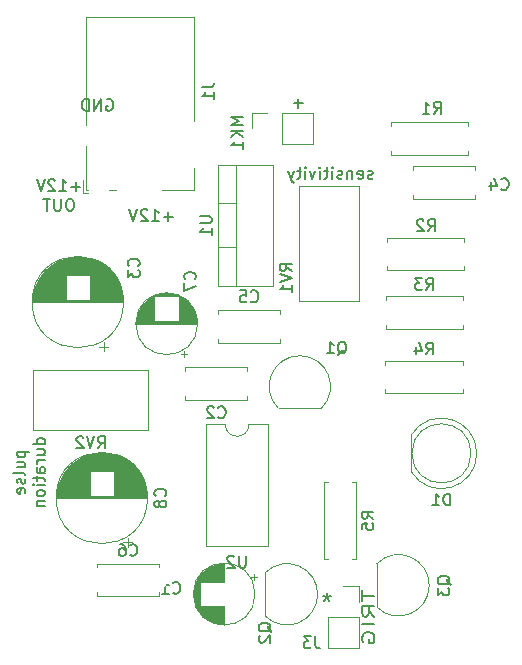
<source format=gbo>
G04 #@! TF.GenerationSoftware,KiCad,Pcbnew,(5.1.10)-1*
G04 #@! TF.CreationDate,2023-08-02T14:32:02+03:00*
G04 #@! TF.ProjectId,trigger_cct,74726967-6765-4725-9f63-63742e6b6963,rev?*
G04 #@! TF.SameCoordinates,Original*
G04 #@! TF.FileFunction,Legend,Bot*
G04 #@! TF.FilePolarity,Positive*
%FSLAX46Y46*%
G04 Gerber Fmt 4.6, Leading zero omitted, Abs format (unit mm)*
G04 Created by KiCad (PCBNEW (5.1.10)-1) date 2023-08-02 14:32:02*
%MOMM*%
%LPD*%
G01*
G04 APERTURE LIST*
%ADD10C,0.150000*%
%ADD11C,0.120000*%
%ADD12C,6.400000*%
%ADD13C,1.440000*%
%ADD14O,1.600000X1.600000*%
%ADD15R,1.600000X1.600000*%
%ADD16O,2.000000X1.905000*%
%ADD17R,2.000000X1.905000*%
%ADD18C,1.600000*%
%ADD19R,1.500000X1.050000*%
%ADD20O,1.500000X1.050000*%
%ADD21R,1.050000X1.500000*%
%ADD22O,1.050000X1.500000*%
%ADD23O,1.700000X1.700000*%
%ADD24R,1.700000X1.700000*%
%ADD25R,3.500000X3.500000*%
%ADD26C,1.800000*%
%ADD27R,1.800000X1.800000*%
G04 APERTURE END LIST*
D10*
X158165752Y-58821628D02*
X157403847Y-58821628D01*
X157784800Y-59202580D02*
X157784800Y-58440676D01*
X139302904Y-65870628D02*
X138541000Y-65870628D01*
X138921952Y-66251580D02*
X138921952Y-65489676D01*
X137541000Y-66251580D02*
X138112428Y-66251580D01*
X137826714Y-66251580D02*
X137826714Y-65251580D01*
X137921952Y-65394438D01*
X138017190Y-65489676D01*
X138112428Y-65537295D01*
X137160047Y-65346819D02*
X137112428Y-65299200D01*
X137017190Y-65251580D01*
X136779095Y-65251580D01*
X136683857Y-65299200D01*
X136636238Y-65346819D01*
X136588619Y-65442057D01*
X136588619Y-65537295D01*
X136636238Y-65680152D01*
X137207666Y-66251580D01*
X136588619Y-66251580D01*
X136302904Y-65251580D02*
X135969571Y-66251580D01*
X135636238Y-65251580D01*
X138541000Y-66901580D02*
X138350523Y-66901580D01*
X138255285Y-66949200D01*
X138160047Y-67044438D01*
X138112428Y-67234914D01*
X138112428Y-67568247D01*
X138160047Y-67758723D01*
X138255285Y-67853961D01*
X138350523Y-67901580D01*
X138541000Y-67901580D01*
X138636238Y-67853961D01*
X138731476Y-67758723D01*
X138779095Y-67568247D01*
X138779095Y-67234914D01*
X138731476Y-67044438D01*
X138636238Y-66949200D01*
X138541000Y-66901580D01*
X137683857Y-66901580D02*
X137683857Y-67711104D01*
X137636238Y-67806342D01*
X137588619Y-67853961D01*
X137493380Y-67901580D01*
X137302904Y-67901580D01*
X137207666Y-67853961D01*
X137160047Y-67806342D01*
X137112428Y-67711104D01*
X137112428Y-66901580D01*
X136779095Y-66901580D02*
X136207666Y-66901580D01*
X136493380Y-67901580D02*
X136493380Y-66901580D01*
X141554104Y-58478800D02*
X141649342Y-58431180D01*
X141792200Y-58431180D01*
X141935057Y-58478800D01*
X142030295Y-58574038D01*
X142077914Y-58669276D01*
X142125533Y-58859752D01*
X142125533Y-59002609D01*
X142077914Y-59193085D01*
X142030295Y-59288323D01*
X141935057Y-59383561D01*
X141792200Y-59431180D01*
X141696961Y-59431180D01*
X141554104Y-59383561D01*
X141506485Y-59335942D01*
X141506485Y-59002609D01*
X141696961Y-59002609D01*
X141077914Y-59431180D02*
X141077914Y-58431180D01*
X140506485Y-59431180D01*
X140506485Y-58431180D01*
X140030295Y-59431180D02*
X140030295Y-58431180D01*
X139792200Y-58431180D01*
X139649342Y-58478800D01*
X139554104Y-58574038D01*
X139506485Y-58669276D01*
X139458866Y-58859752D01*
X139458866Y-59002609D01*
X139506485Y-59193085D01*
X139554104Y-59288323D01*
X139649342Y-59383561D01*
X139792200Y-59431180D01*
X140030295Y-59431180D01*
X147151504Y-68397428D02*
X146389600Y-68397428D01*
X146770552Y-68778380D02*
X146770552Y-68016476D01*
X145389600Y-68778380D02*
X145961028Y-68778380D01*
X145675314Y-68778380D02*
X145675314Y-67778380D01*
X145770552Y-67921238D01*
X145865790Y-68016476D01*
X145961028Y-68064095D01*
X145008647Y-67873619D02*
X144961028Y-67826000D01*
X144865790Y-67778380D01*
X144627695Y-67778380D01*
X144532457Y-67826000D01*
X144484838Y-67873619D01*
X144437219Y-67968857D01*
X144437219Y-68064095D01*
X144484838Y-68206952D01*
X145056266Y-68778380D01*
X144437219Y-68778380D01*
X144151504Y-67778380D02*
X143818171Y-68778380D01*
X143484838Y-67778380D01*
X164075619Y-65149361D02*
X163980380Y-65196980D01*
X163789904Y-65196980D01*
X163694666Y-65149361D01*
X163647047Y-65054123D01*
X163647047Y-65006504D01*
X163694666Y-64911266D01*
X163789904Y-64863647D01*
X163932761Y-64863647D01*
X164028000Y-64816028D01*
X164075619Y-64720790D01*
X164075619Y-64673171D01*
X164028000Y-64577933D01*
X163932761Y-64530314D01*
X163789904Y-64530314D01*
X163694666Y-64577933D01*
X162837523Y-65149361D02*
X162932761Y-65196980D01*
X163123238Y-65196980D01*
X163218476Y-65149361D01*
X163266095Y-65054123D01*
X163266095Y-64673171D01*
X163218476Y-64577933D01*
X163123238Y-64530314D01*
X162932761Y-64530314D01*
X162837523Y-64577933D01*
X162789904Y-64673171D01*
X162789904Y-64768409D01*
X163266095Y-64863647D01*
X162361333Y-64530314D02*
X162361333Y-65196980D01*
X162361333Y-64625552D02*
X162313714Y-64577933D01*
X162218476Y-64530314D01*
X162075619Y-64530314D01*
X161980380Y-64577933D01*
X161932761Y-64673171D01*
X161932761Y-65196980D01*
X161504190Y-65149361D02*
X161408952Y-65196980D01*
X161218476Y-65196980D01*
X161123238Y-65149361D01*
X161075619Y-65054123D01*
X161075619Y-65006504D01*
X161123238Y-64911266D01*
X161218476Y-64863647D01*
X161361333Y-64863647D01*
X161456571Y-64816028D01*
X161504190Y-64720790D01*
X161504190Y-64673171D01*
X161456571Y-64577933D01*
X161361333Y-64530314D01*
X161218476Y-64530314D01*
X161123238Y-64577933D01*
X160647047Y-65196980D02*
X160647047Y-64530314D01*
X160647047Y-64196980D02*
X160694666Y-64244600D01*
X160647047Y-64292219D01*
X160599428Y-64244600D01*
X160647047Y-64196980D01*
X160647047Y-64292219D01*
X160313714Y-64530314D02*
X159932761Y-64530314D01*
X160170857Y-64196980D02*
X160170857Y-65054123D01*
X160123238Y-65149361D01*
X160028000Y-65196980D01*
X159932761Y-65196980D01*
X159599428Y-65196980D02*
X159599428Y-64530314D01*
X159599428Y-64196980D02*
X159647047Y-64244600D01*
X159599428Y-64292219D01*
X159551809Y-64244600D01*
X159599428Y-64196980D01*
X159599428Y-64292219D01*
X159218476Y-64530314D02*
X158980380Y-65196980D01*
X158742285Y-64530314D01*
X158361333Y-65196980D02*
X158361333Y-64530314D01*
X158361333Y-64196980D02*
X158408952Y-64244600D01*
X158361333Y-64292219D01*
X158313714Y-64244600D01*
X158361333Y-64196980D01*
X158361333Y-64292219D01*
X158028000Y-64530314D02*
X157647047Y-64530314D01*
X157885142Y-64196980D02*
X157885142Y-65054123D01*
X157837523Y-65149361D01*
X157742285Y-65196980D01*
X157647047Y-65196980D01*
X157408952Y-64530314D02*
X157170857Y-65196980D01*
X156932761Y-64530314D02*
X157170857Y-65196980D01*
X157266095Y-65435076D01*
X157313714Y-65482695D01*
X157408952Y-65530314D01*
X133987114Y-88306495D02*
X134987114Y-88306495D01*
X134034733Y-88306495D02*
X133987114Y-88401733D01*
X133987114Y-88592209D01*
X134034733Y-88687447D01*
X134082352Y-88735066D01*
X134177590Y-88782685D01*
X134463304Y-88782685D01*
X134558542Y-88735066D01*
X134606161Y-88687447D01*
X134653780Y-88592209D01*
X134653780Y-88401733D01*
X134606161Y-88306495D01*
X133987114Y-89639828D02*
X134653780Y-89639828D01*
X133987114Y-89211257D02*
X134510923Y-89211257D01*
X134606161Y-89258876D01*
X134653780Y-89354114D01*
X134653780Y-89496971D01*
X134606161Y-89592209D01*
X134558542Y-89639828D01*
X134653780Y-90258876D02*
X134606161Y-90163638D01*
X134510923Y-90116019D01*
X133653780Y-90116019D01*
X134606161Y-90592209D02*
X134653780Y-90687447D01*
X134653780Y-90877923D01*
X134606161Y-90973161D01*
X134510923Y-91020780D01*
X134463304Y-91020780D01*
X134368066Y-90973161D01*
X134320447Y-90877923D01*
X134320447Y-90735066D01*
X134272828Y-90639828D01*
X134177590Y-90592209D01*
X134129971Y-90592209D01*
X134034733Y-90639828D01*
X133987114Y-90735066D01*
X133987114Y-90877923D01*
X134034733Y-90973161D01*
X134606161Y-91830304D02*
X134653780Y-91735066D01*
X134653780Y-91544590D01*
X134606161Y-91449352D01*
X134510923Y-91401733D01*
X134129971Y-91401733D01*
X134034733Y-91449352D01*
X133987114Y-91544590D01*
X133987114Y-91735066D01*
X134034733Y-91830304D01*
X134129971Y-91877923D01*
X134225209Y-91877923D01*
X134320447Y-91401733D01*
X136303780Y-87639828D02*
X135303780Y-87639828D01*
X136256161Y-87639828D02*
X136303780Y-87544590D01*
X136303780Y-87354114D01*
X136256161Y-87258876D01*
X136208542Y-87211257D01*
X136113304Y-87163638D01*
X135827590Y-87163638D01*
X135732352Y-87211257D01*
X135684733Y-87258876D01*
X135637114Y-87354114D01*
X135637114Y-87544590D01*
X135684733Y-87639828D01*
X135637114Y-88544590D02*
X136303780Y-88544590D01*
X135637114Y-88116019D02*
X136160923Y-88116019D01*
X136256161Y-88163638D01*
X136303780Y-88258876D01*
X136303780Y-88401733D01*
X136256161Y-88496971D01*
X136208542Y-88544590D01*
X136303780Y-89020780D02*
X135637114Y-89020780D01*
X135827590Y-89020780D02*
X135732352Y-89068400D01*
X135684733Y-89116019D01*
X135637114Y-89211257D01*
X135637114Y-89306495D01*
X136303780Y-90068400D02*
X135779971Y-90068400D01*
X135684733Y-90020780D01*
X135637114Y-89925542D01*
X135637114Y-89735066D01*
X135684733Y-89639828D01*
X136256161Y-90068400D02*
X136303780Y-89973161D01*
X136303780Y-89735066D01*
X136256161Y-89639828D01*
X136160923Y-89592209D01*
X136065685Y-89592209D01*
X135970447Y-89639828D01*
X135922828Y-89735066D01*
X135922828Y-89973161D01*
X135875209Y-90068400D01*
X135637114Y-90401733D02*
X135637114Y-90782685D01*
X135303780Y-90544590D02*
X136160923Y-90544590D01*
X136256161Y-90592209D01*
X136303780Y-90687447D01*
X136303780Y-90782685D01*
X136303780Y-91116019D02*
X135637114Y-91116019D01*
X135303780Y-91116019D02*
X135351400Y-91068400D01*
X135399019Y-91116019D01*
X135351400Y-91163638D01*
X135303780Y-91116019D01*
X135399019Y-91116019D01*
X136303780Y-91735066D02*
X136256161Y-91639828D01*
X136208542Y-91592209D01*
X136113304Y-91544590D01*
X135827590Y-91544590D01*
X135732352Y-91592209D01*
X135684733Y-91639828D01*
X135637114Y-91735066D01*
X135637114Y-91877923D01*
X135684733Y-91973161D01*
X135732352Y-92020780D01*
X135827590Y-92068400D01*
X136113304Y-92068400D01*
X136208542Y-92020780D01*
X136256161Y-91973161D01*
X136303780Y-91877923D01*
X136303780Y-91735066D01*
X135637114Y-92496971D02*
X136303780Y-92496971D01*
X135732352Y-92496971D02*
X135684733Y-92544590D01*
X135637114Y-92639828D01*
X135637114Y-92782685D01*
X135684733Y-92877923D01*
X135779971Y-92925542D01*
X136303780Y-92925542D01*
X160197800Y-100270571D02*
X160197800Y-100627714D01*
X160554942Y-100484857D02*
X160197800Y-100627714D01*
X159840657Y-100484857D01*
X160412085Y-100913428D02*
X160197800Y-100627714D01*
X159983514Y-100913428D01*
X163206180Y-100050885D02*
X163206180Y-100908028D01*
X164206180Y-100479457D02*
X163206180Y-100479457D01*
X164206180Y-102265171D02*
X163729990Y-101765171D01*
X164206180Y-101408028D02*
X163206180Y-101408028D01*
X163206180Y-101979457D01*
X163253800Y-102122314D01*
X163301419Y-102193742D01*
X163396657Y-102265171D01*
X163539514Y-102265171D01*
X163634752Y-102193742D01*
X163682371Y-102122314D01*
X163729990Y-101979457D01*
X163729990Y-101408028D01*
X164206180Y-102908028D02*
X163206180Y-102908028D01*
X163253800Y-104408028D02*
X163206180Y-104265171D01*
X163206180Y-104050885D01*
X163253800Y-103836600D01*
X163349038Y-103693742D01*
X163444276Y-103622314D01*
X163634752Y-103550885D01*
X163777609Y-103550885D01*
X163968085Y-103622314D01*
X164063323Y-103693742D01*
X164158561Y-103836600D01*
X164206180Y-104050885D01*
X164206180Y-104193742D01*
X164158561Y-104408028D01*
X164110942Y-104479457D01*
X163777609Y-104479457D01*
X163777609Y-104193742D01*
D11*
X145093000Y-86426200D02*
X145093000Y-81356200D01*
X135323000Y-86426200D02*
X135323000Y-81356200D01*
X135323000Y-81356200D02*
X145093000Y-81356200D01*
X135323000Y-86426200D02*
X145093000Y-86426200D01*
X157871000Y-75573200D02*
X162941000Y-75573200D01*
X157871000Y-65803200D02*
X162941000Y-65803200D01*
X162941000Y-65803200D02*
X162941000Y-75573200D01*
X157871000Y-65803200D02*
X157871000Y-75573200D01*
X149953200Y-85995200D02*
X151603200Y-85995200D01*
X149953200Y-96275200D02*
X149953200Y-85995200D01*
X155253200Y-96275200D02*
X149953200Y-96275200D01*
X155253200Y-85995200D02*
X155253200Y-96275200D01*
X153603200Y-85995200D02*
X155253200Y-85995200D01*
X151603200Y-85995200D02*
G75*
G03*
X153603200Y-85995200I1000000J0D01*
G01*
X150984200Y-70989800D02*
X152494200Y-70989800D01*
X150984200Y-67288800D02*
X152494200Y-67288800D01*
X152494200Y-64018800D02*
X152494200Y-74258800D01*
X150984200Y-74258800D02*
X155625200Y-74258800D01*
X150984200Y-64018800D02*
X155625200Y-64018800D01*
X155625200Y-64018800D02*
X155625200Y-74258800D01*
X150984200Y-64018800D02*
X150984200Y-74258800D01*
X159945400Y-90862400D02*
X160275400Y-90862400D01*
X159945400Y-97402400D02*
X159945400Y-90862400D01*
X160275400Y-97402400D02*
X159945400Y-97402400D01*
X162685400Y-90862400D02*
X162355400Y-90862400D01*
X162685400Y-97402400D02*
X162685400Y-90862400D01*
X162355400Y-97402400D02*
X162685400Y-97402400D01*
X165157400Y-83361200D02*
X165157400Y-83031200D01*
X171697400Y-83361200D02*
X165157400Y-83361200D01*
X171697400Y-83031200D02*
X171697400Y-83361200D01*
X165157400Y-80621200D02*
X165157400Y-80951200D01*
X171697400Y-80621200D02*
X165157400Y-80621200D01*
X171697400Y-80951200D02*
X171697400Y-80621200D01*
X165182800Y-77900200D02*
X165182800Y-77570200D01*
X171722800Y-77900200D02*
X165182800Y-77900200D01*
X171722800Y-77570200D02*
X171722800Y-77900200D01*
X165182800Y-75160200D02*
X165182800Y-75490200D01*
X171722800Y-75160200D02*
X165182800Y-75160200D01*
X171722800Y-75490200D02*
X171722800Y-75160200D01*
X165309800Y-72921800D02*
X165309800Y-72591800D01*
X171849800Y-72921800D02*
X165309800Y-72921800D01*
X171849800Y-72591800D02*
X171849800Y-72921800D01*
X165309800Y-70181800D02*
X165309800Y-70511800D01*
X171849800Y-70181800D02*
X165309800Y-70181800D01*
X171849800Y-70511800D02*
X171849800Y-70181800D01*
X172180000Y-60428200D02*
X172180000Y-60758200D01*
X165640000Y-60428200D02*
X172180000Y-60428200D01*
X165640000Y-60758200D02*
X165640000Y-60428200D01*
X172180000Y-63168200D02*
X172180000Y-62838200D01*
X165640000Y-63168200D02*
X172180000Y-63168200D01*
X165640000Y-62838200D02*
X165640000Y-63168200D01*
X164418400Y-101418800D02*
X164418400Y-97818800D01*
X164429922Y-97780322D02*
G75*
G02*
X168868400Y-99618800I1838478J-1838478D01*
G01*
X164429922Y-101457278D02*
G75*
G03*
X168868400Y-99618800I1838478J1838478D01*
G01*
X154969600Y-102180800D02*
X154969600Y-98580800D01*
X154981122Y-98542322D02*
G75*
G02*
X159419600Y-100380800I1838478J-1838478D01*
G01*
X154981122Y-102219278D02*
G75*
G03*
X159419600Y-100380800I1838478J1838478D01*
G01*
X159711800Y-84628600D02*
X156111800Y-84628600D01*
X156073322Y-84617078D02*
G75*
G02*
X157911800Y-80178600I1838478J1838478D01*
G01*
X159750278Y-84617078D02*
G75*
G03*
X157911800Y-80178600I-1838478J1838478D01*
G01*
X153838600Y-59604600D02*
X153838600Y-60934600D01*
X155168600Y-59604600D02*
X153838600Y-59604600D01*
X156438600Y-59604600D02*
X156438600Y-62264600D01*
X156438600Y-62264600D02*
X159038600Y-62264600D01*
X156438600Y-59604600D02*
X159038600Y-59604600D01*
X159038600Y-59604600D02*
X159038600Y-62264600D01*
X162924800Y-99711200D02*
X161594800Y-99711200D01*
X162924800Y-101041200D02*
X162924800Y-99711200D01*
X162924800Y-102311200D02*
X160264800Y-102311200D01*
X160264800Y-102311200D02*
X160264800Y-104911200D01*
X162924800Y-102311200D02*
X162924800Y-104911200D01*
X162924800Y-104911200D02*
X160264800Y-104911200D01*
X139772600Y-66180800D02*
X142372600Y-66180800D01*
X139772600Y-51480800D02*
X139772600Y-66180800D01*
X148972600Y-66180800D02*
X148972600Y-64280800D01*
X146272600Y-66180800D02*
X148972600Y-66180800D01*
X148972600Y-51480800D02*
X139772600Y-51480800D01*
X148972600Y-60280800D02*
X148972600Y-51480800D01*
X139572600Y-65330800D02*
X139572600Y-66380800D01*
X140622600Y-66380800D02*
X139572600Y-66380800D01*
X167340600Y-89987800D02*
X167340600Y-86897800D01*
X172400600Y-88442800D02*
G75*
G03*
X172400600Y-88442800I-2500000J0D01*
G01*
X172890600Y-88443262D02*
G75*
G03*
X167340600Y-86897970I-2990000J462D01*
G01*
X172890600Y-88442338D02*
G75*
G02*
X167340600Y-89987630I-2990000J-462D01*
G01*
X143697800Y-95989211D02*
X142947800Y-95989211D01*
X143322800Y-96364211D02*
X143322800Y-95614211D01*
X141588800Y-88381000D02*
X140706800Y-88381000D01*
X141840800Y-88421000D02*
X140454800Y-88421000D01*
X142024800Y-88461000D02*
X140270800Y-88461000D01*
X142175800Y-88501000D02*
X140119800Y-88501000D01*
X142305800Y-88541000D02*
X139989800Y-88541000D01*
X142422800Y-88581000D02*
X139872800Y-88581000D01*
X142528800Y-88621000D02*
X139766800Y-88621000D01*
X142625800Y-88661000D02*
X139669800Y-88661000D01*
X142716800Y-88701000D02*
X139578800Y-88701000D01*
X142801800Y-88741000D02*
X139493800Y-88741000D01*
X142880800Y-88781000D02*
X139414800Y-88781000D01*
X142956800Y-88821000D02*
X139338800Y-88821000D01*
X143028800Y-88861000D02*
X139266800Y-88861000D01*
X143096800Y-88901000D02*
X139198800Y-88901000D01*
X143161800Y-88941000D02*
X139133800Y-88941000D01*
X143224800Y-88981000D02*
X139070800Y-88981000D01*
X143284800Y-89021000D02*
X139010800Y-89021000D01*
X143342800Y-89061000D02*
X138952800Y-89061000D01*
X143397800Y-89101000D02*
X138897800Y-89101000D01*
X143451800Y-89141000D02*
X138843800Y-89141000D01*
X143502800Y-89181000D02*
X138792800Y-89181000D01*
X143552800Y-89221000D02*
X138742800Y-89221000D01*
X143601800Y-89261000D02*
X138693800Y-89261000D01*
X143647800Y-89301000D02*
X138647800Y-89301000D01*
X143693800Y-89341000D02*
X138601800Y-89341000D01*
X143736800Y-89381000D02*
X138558800Y-89381000D01*
X143779800Y-89421000D02*
X138515800Y-89421000D01*
X143820800Y-89461000D02*
X138474800Y-89461000D01*
X143860800Y-89501000D02*
X138434800Y-89501000D01*
X143899800Y-89541000D02*
X138395800Y-89541000D01*
X143937800Y-89581000D02*
X138357800Y-89581000D01*
X143974800Y-89621000D02*
X138320800Y-89621000D01*
X144010800Y-89661000D02*
X138284800Y-89661000D01*
X144045800Y-89701000D02*
X138249800Y-89701000D01*
X144078800Y-89741000D02*
X138216800Y-89741000D01*
X144111800Y-89781000D02*
X138183800Y-89781000D01*
X144143800Y-89821000D02*
X138151800Y-89821000D01*
X144175800Y-89861000D02*
X138119800Y-89861000D01*
X144205800Y-89901000D02*
X138089800Y-89901000D01*
X140107800Y-89941000D02*
X138059800Y-89941000D01*
X144235800Y-89941000D02*
X142187800Y-89941000D01*
X140107800Y-89981000D02*
X138031800Y-89981000D01*
X144263800Y-89981000D02*
X142187800Y-89981000D01*
X140107800Y-90021000D02*
X138003800Y-90021000D01*
X144291800Y-90021000D02*
X142187800Y-90021000D01*
X140107800Y-90061000D02*
X137975800Y-90061000D01*
X144319800Y-90061000D02*
X142187800Y-90061000D01*
X140107800Y-90101000D02*
X137949800Y-90101000D01*
X144345800Y-90101000D02*
X142187800Y-90101000D01*
X140107800Y-90141000D02*
X137923800Y-90141000D01*
X144371800Y-90141000D02*
X142187800Y-90141000D01*
X140107800Y-90181000D02*
X137898800Y-90181000D01*
X144396800Y-90181000D02*
X142187800Y-90181000D01*
X140107800Y-90221000D02*
X137873800Y-90221000D01*
X144421800Y-90221000D02*
X142187800Y-90221000D01*
X140107800Y-90261000D02*
X137850800Y-90261000D01*
X144444800Y-90261000D02*
X142187800Y-90261000D01*
X140107800Y-90301000D02*
X137826800Y-90301000D01*
X144468800Y-90301000D02*
X142187800Y-90301000D01*
X140107800Y-90341000D02*
X137804800Y-90341000D01*
X144490800Y-90341000D02*
X142187800Y-90341000D01*
X140107800Y-90381000D02*
X137782800Y-90381000D01*
X144512800Y-90381000D02*
X142187800Y-90381000D01*
X140107800Y-90421000D02*
X137761800Y-90421000D01*
X144533800Y-90421000D02*
X142187800Y-90421000D01*
X140107800Y-90461000D02*
X137740800Y-90461000D01*
X144554800Y-90461000D02*
X142187800Y-90461000D01*
X140107800Y-90501000D02*
X137720800Y-90501000D01*
X144574800Y-90501000D02*
X142187800Y-90501000D01*
X140107800Y-90541000D02*
X137700800Y-90541000D01*
X144594800Y-90541000D02*
X142187800Y-90541000D01*
X140107800Y-90581000D02*
X137681800Y-90581000D01*
X144613800Y-90581000D02*
X142187800Y-90581000D01*
X140107800Y-90621000D02*
X137663800Y-90621000D01*
X144631800Y-90621000D02*
X142187800Y-90621000D01*
X140107800Y-90661000D02*
X137645800Y-90661000D01*
X144649800Y-90661000D02*
X142187800Y-90661000D01*
X140107800Y-90701000D02*
X137627800Y-90701000D01*
X144667800Y-90701000D02*
X142187800Y-90701000D01*
X140107800Y-90741000D02*
X137611800Y-90741000D01*
X144683800Y-90741000D02*
X142187800Y-90741000D01*
X140107800Y-90781000D02*
X137594800Y-90781000D01*
X144700800Y-90781000D02*
X142187800Y-90781000D01*
X140107800Y-90821000D02*
X137579800Y-90821000D01*
X144715800Y-90821000D02*
X142187800Y-90821000D01*
X140107800Y-90861000D02*
X137563800Y-90861000D01*
X144731800Y-90861000D02*
X142187800Y-90861000D01*
X140107800Y-90901000D02*
X137549800Y-90901000D01*
X144745800Y-90901000D02*
X142187800Y-90901000D01*
X140107800Y-90941000D02*
X137534800Y-90941000D01*
X144760800Y-90941000D02*
X142187800Y-90941000D01*
X140107800Y-90981000D02*
X137521800Y-90981000D01*
X144773800Y-90981000D02*
X142187800Y-90981000D01*
X140107800Y-91021000D02*
X137507800Y-91021000D01*
X144787800Y-91021000D02*
X142187800Y-91021000D01*
X140107800Y-91061000D02*
X137494800Y-91061000D01*
X144800800Y-91061000D02*
X142187800Y-91061000D01*
X140107800Y-91101000D02*
X137482800Y-91101000D01*
X144812800Y-91101000D02*
X142187800Y-91101000D01*
X140107800Y-91141000D02*
X137470800Y-91141000D01*
X144824800Y-91141000D02*
X142187800Y-91141000D01*
X140107800Y-91181000D02*
X137459800Y-91181000D01*
X144835800Y-91181000D02*
X142187800Y-91181000D01*
X140107800Y-91221000D02*
X137448800Y-91221000D01*
X144846800Y-91221000D02*
X142187800Y-91221000D01*
X140107800Y-91261000D02*
X137437800Y-91261000D01*
X144857800Y-91261000D02*
X142187800Y-91261000D01*
X140107800Y-91301000D02*
X137427800Y-91301000D01*
X144867800Y-91301000D02*
X142187800Y-91301000D01*
X140107800Y-91341000D02*
X137418800Y-91341000D01*
X144876800Y-91341000D02*
X142187800Y-91341000D01*
X140107800Y-91381000D02*
X137409800Y-91381000D01*
X144885800Y-91381000D02*
X142187800Y-91381000D01*
X140107800Y-91421000D02*
X137400800Y-91421000D01*
X144894800Y-91421000D02*
X142187800Y-91421000D01*
X140107800Y-91461000D02*
X137392800Y-91461000D01*
X144902800Y-91461000D02*
X142187800Y-91461000D01*
X140107800Y-91501000D02*
X137384800Y-91501000D01*
X144910800Y-91501000D02*
X142187800Y-91501000D01*
X140107800Y-91542000D02*
X137377800Y-91542000D01*
X144917800Y-91542000D02*
X142187800Y-91542000D01*
X140107800Y-91582000D02*
X137370800Y-91582000D01*
X144924800Y-91582000D02*
X142187800Y-91582000D01*
X140107800Y-91622000D02*
X137363800Y-91622000D01*
X144931800Y-91622000D02*
X142187800Y-91622000D01*
X140107800Y-91662000D02*
X137357800Y-91662000D01*
X144937800Y-91662000D02*
X142187800Y-91662000D01*
X140107800Y-91702000D02*
X137352800Y-91702000D01*
X144942800Y-91702000D02*
X142187800Y-91702000D01*
X140107800Y-91742000D02*
X137346800Y-91742000D01*
X144948800Y-91742000D02*
X142187800Y-91742000D01*
X140107800Y-91782000D02*
X137342800Y-91782000D01*
X144952800Y-91782000D02*
X142187800Y-91782000D01*
X140107800Y-91822000D02*
X137337800Y-91822000D01*
X144957800Y-91822000D02*
X142187800Y-91822000D01*
X140107800Y-91862000D02*
X137333800Y-91862000D01*
X144961800Y-91862000D02*
X142187800Y-91862000D01*
X140107800Y-91902000D02*
X137330800Y-91902000D01*
X144964800Y-91902000D02*
X142187800Y-91902000D01*
X140107800Y-91942000D02*
X137327800Y-91942000D01*
X144967800Y-91942000D02*
X142187800Y-91942000D01*
X140107800Y-91982000D02*
X137324800Y-91982000D01*
X144970800Y-91982000D02*
X142187800Y-91982000D01*
X144972800Y-92022000D02*
X137322800Y-92022000D01*
X144974800Y-92062000D02*
X137320800Y-92062000D01*
X144976800Y-92102000D02*
X137318800Y-92102000D01*
X144977800Y-92142000D02*
X137317800Y-92142000D01*
X144977800Y-92182000D02*
X137317800Y-92182000D01*
X144977800Y-92222000D02*
X137317800Y-92222000D01*
X145017800Y-92222000D02*
G75*
G03*
X145017800Y-92222000I-3870000J0D01*
G01*
X148359200Y-80019375D02*
X147859200Y-80019375D01*
X148109200Y-80269375D02*
X148109200Y-79769375D01*
X146918200Y-74863600D02*
X146350200Y-74863600D01*
X147152200Y-74903600D02*
X146116200Y-74903600D01*
X147311200Y-74943600D02*
X145957200Y-74943600D01*
X147439200Y-74983600D02*
X145829200Y-74983600D01*
X147549200Y-75023600D02*
X145719200Y-75023600D01*
X147645200Y-75063600D02*
X145623200Y-75063600D01*
X147732200Y-75103600D02*
X145536200Y-75103600D01*
X147812200Y-75143600D02*
X145456200Y-75143600D01*
X145594200Y-75183600D02*
X145383200Y-75183600D01*
X147885200Y-75183600D02*
X147674200Y-75183600D01*
X145594200Y-75223600D02*
X145315200Y-75223600D01*
X147953200Y-75223600D02*
X147674200Y-75223600D01*
X145594200Y-75263600D02*
X145251200Y-75263600D01*
X148017200Y-75263600D02*
X147674200Y-75263600D01*
X145594200Y-75303600D02*
X145191200Y-75303600D01*
X148077200Y-75303600D02*
X147674200Y-75303600D01*
X145594200Y-75343600D02*
X145134200Y-75343600D01*
X148134200Y-75343600D02*
X147674200Y-75343600D01*
X145594200Y-75383600D02*
X145080200Y-75383600D01*
X148188200Y-75383600D02*
X147674200Y-75383600D01*
X145594200Y-75423600D02*
X145029200Y-75423600D01*
X148239200Y-75423600D02*
X147674200Y-75423600D01*
X145594200Y-75463600D02*
X144981200Y-75463600D01*
X148287200Y-75463600D02*
X147674200Y-75463600D01*
X145594200Y-75503600D02*
X144935200Y-75503600D01*
X148333200Y-75503600D02*
X147674200Y-75503600D01*
X145594200Y-75543600D02*
X144891200Y-75543600D01*
X148377200Y-75543600D02*
X147674200Y-75543600D01*
X145594200Y-75583600D02*
X144849200Y-75583600D01*
X148419200Y-75583600D02*
X147674200Y-75583600D01*
X145594200Y-75623600D02*
X144808200Y-75623600D01*
X148460200Y-75623600D02*
X147674200Y-75623600D01*
X145594200Y-75663600D02*
X144770200Y-75663600D01*
X148498200Y-75663600D02*
X147674200Y-75663600D01*
X145594200Y-75703600D02*
X144733200Y-75703600D01*
X148535200Y-75703600D02*
X147674200Y-75703600D01*
X145594200Y-75743600D02*
X144697200Y-75743600D01*
X148571200Y-75743600D02*
X147674200Y-75743600D01*
X145594200Y-75783600D02*
X144663200Y-75783600D01*
X148605200Y-75783600D02*
X147674200Y-75783600D01*
X145594200Y-75823600D02*
X144630200Y-75823600D01*
X148638200Y-75823600D02*
X147674200Y-75823600D01*
X145594200Y-75863600D02*
X144599200Y-75863600D01*
X148669200Y-75863600D02*
X147674200Y-75863600D01*
X145594200Y-75903600D02*
X144569200Y-75903600D01*
X148699200Y-75903600D02*
X147674200Y-75903600D01*
X145594200Y-75943600D02*
X144539200Y-75943600D01*
X148729200Y-75943600D02*
X147674200Y-75943600D01*
X145594200Y-75983600D02*
X144512200Y-75983600D01*
X148756200Y-75983600D02*
X147674200Y-75983600D01*
X145594200Y-76023600D02*
X144485200Y-76023600D01*
X148783200Y-76023600D02*
X147674200Y-76023600D01*
X145594200Y-76063600D02*
X144459200Y-76063600D01*
X148809200Y-76063600D02*
X147674200Y-76063600D01*
X145594200Y-76103600D02*
X144434200Y-76103600D01*
X148834200Y-76103600D02*
X147674200Y-76103600D01*
X145594200Y-76143600D02*
X144410200Y-76143600D01*
X148858200Y-76143600D02*
X147674200Y-76143600D01*
X145594200Y-76183600D02*
X144387200Y-76183600D01*
X148881200Y-76183600D02*
X147674200Y-76183600D01*
X145594200Y-76223600D02*
X144366200Y-76223600D01*
X148902200Y-76223600D02*
X147674200Y-76223600D01*
X145594200Y-76263600D02*
X144344200Y-76263600D01*
X148924200Y-76263600D02*
X147674200Y-76263600D01*
X145594200Y-76303600D02*
X144324200Y-76303600D01*
X148944200Y-76303600D02*
X147674200Y-76303600D01*
X145594200Y-76343600D02*
X144305200Y-76343600D01*
X148963200Y-76343600D02*
X147674200Y-76343600D01*
X145594200Y-76383600D02*
X144286200Y-76383600D01*
X148982200Y-76383600D02*
X147674200Y-76383600D01*
X145594200Y-76423600D02*
X144269200Y-76423600D01*
X148999200Y-76423600D02*
X147674200Y-76423600D01*
X145594200Y-76463600D02*
X144252200Y-76463600D01*
X149016200Y-76463600D02*
X147674200Y-76463600D01*
X145594200Y-76503600D02*
X144236200Y-76503600D01*
X149032200Y-76503600D02*
X147674200Y-76503600D01*
X145594200Y-76543600D02*
X144220200Y-76543600D01*
X149048200Y-76543600D02*
X147674200Y-76543600D01*
X145594200Y-76583600D02*
X144206200Y-76583600D01*
X149062200Y-76583600D02*
X147674200Y-76583600D01*
X145594200Y-76623600D02*
X144192200Y-76623600D01*
X149076200Y-76623600D02*
X147674200Y-76623600D01*
X145594200Y-76663600D02*
X144179200Y-76663600D01*
X149089200Y-76663600D02*
X147674200Y-76663600D01*
X145594200Y-76703600D02*
X144166200Y-76703600D01*
X149102200Y-76703600D02*
X147674200Y-76703600D01*
X145594200Y-76743600D02*
X144154200Y-76743600D01*
X149114200Y-76743600D02*
X147674200Y-76743600D01*
X145594200Y-76784600D02*
X144143200Y-76784600D01*
X149125200Y-76784600D02*
X147674200Y-76784600D01*
X145594200Y-76824600D02*
X144133200Y-76824600D01*
X149135200Y-76824600D02*
X147674200Y-76824600D01*
X145594200Y-76864600D02*
X144123200Y-76864600D01*
X149145200Y-76864600D02*
X147674200Y-76864600D01*
X145594200Y-76904600D02*
X144114200Y-76904600D01*
X149154200Y-76904600D02*
X147674200Y-76904600D01*
X145594200Y-76944600D02*
X144106200Y-76944600D01*
X149162200Y-76944600D02*
X147674200Y-76944600D01*
X145594200Y-76984600D02*
X144098200Y-76984600D01*
X149170200Y-76984600D02*
X147674200Y-76984600D01*
X145594200Y-77024600D02*
X144091200Y-77024600D01*
X149177200Y-77024600D02*
X147674200Y-77024600D01*
X145594200Y-77064600D02*
X144084200Y-77064600D01*
X149184200Y-77064600D02*
X147674200Y-77064600D01*
X145594200Y-77104600D02*
X144078200Y-77104600D01*
X149190200Y-77104600D02*
X147674200Y-77104600D01*
X145594200Y-77144600D02*
X144073200Y-77144600D01*
X149195200Y-77144600D02*
X147674200Y-77144600D01*
X145594200Y-77184600D02*
X144069200Y-77184600D01*
X149199200Y-77184600D02*
X147674200Y-77184600D01*
X145594200Y-77224600D02*
X144065200Y-77224600D01*
X149203200Y-77224600D02*
X147674200Y-77224600D01*
X149207200Y-77264600D02*
X144061200Y-77264600D01*
X149210200Y-77304600D02*
X144058200Y-77304600D01*
X149212200Y-77344600D02*
X144056200Y-77344600D01*
X149213200Y-77384600D02*
X144055200Y-77384600D01*
X149214200Y-77424600D02*
X144054200Y-77424600D01*
X149214200Y-77464600D02*
X144054200Y-77464600D01*
X149254200Y-77464600D02*
G75*
G03*
X149254200Y-77464600I-2620000J0D01*
G01*
X140752200Y-100216600D02*
X140752200Y-100531600D01*
X140752200Y-97791600D02*
X140752200Y-98106600D01*
X145992200Y-100216600D02*
X145992200Y-100531600D01*
X145992200Y-97791600D02*
X145992200Y-98106600D01*
X145992200Y-100531600D02*
X140752200Y-100531600D01*
X145992200Y-97791600D02*
X140752200Y-97791600D01*
X150984600Y-78753600D02*
X150984600Y-79068600D01*
X150984600Y-76328600D02*
X150984600Y-76643600D01*
X156224600Y-78753600D02*
X156224600Y-79068600D01*
X156224600Y-76328600D02*
X156224600Y-76643600D01*
X156224600Y-79068600D02*
X150984600Y-79068600D01*
X156224600Y-76328600D02*
X150984600Y-76328600D01*
X172760000Y-64451600D02*
X172760000Y-64136600D01*
X172760000Y-66876600D02*
X172760000Y-66561600D01*
X167520000Y-64451600D02*
X167520000Y-64136600D01*
X167520000Y-66876600D02*
X167520000Y-66561600D01*
X167520000Y-64136600D02*
X172760000Y-64136600D01*
X167520000Y-66876600D02*
X172760000Y-66876600D01*
X141665800Y-79403011D02*
X140915800Y-79403011D01*
X141290800Y-79778011D02*
X141290800Y-79028011D01*
X139556800Y-71794800D02*
X138674800Y-71794800D01*
X139808800Y-71834800D02*
X138422800Y-71834800D01*
X139992800Y-71874800D02*
X138238800Y-71874800D01*
X140143800Y-71914800D02*
X138087800Y-71914800D01*
X140273800Y-71954800D02*
X137957800Y-71954800D01*
X140390800Y-71994800D02*
X137840800Y-71994800D01*
X140496800Y-72034800D02*
X137734800Y-72034800D01*
X140593800Y-72074800D02*
X137637800Y-72074800D01*
X140684800Y-72114800D02*
X137546800Y-72114800D01*
X140769800Y-72154800D02*
X137461800Y-72154800D01*
X140848800Y-72194800D02*
X137382800Y-72194800D01*
X140924800Y-72234800D02*
X137306800Y-72234800D01*
X140996800Y-72274800D02*
X137234800Y-72274800D01*
X141064800Y-72314800D02*
X137166800Y-72314800D01*
X141129800Y-72354800D02*
X137101800Y-72354800D01*
X141192800Y-72394800D02*
X137038800Y-72394800D01*
X141252800Y-72434800D02*
X136978800Y-72434800D01*
X141310800Y-72474800D02*
X136920800Y-72474800D01*
X141365800Y-72514800D02*
X136865800Y-72514800D01*
X141419800Y-72554800D02*
X136811800Y-72554800D01*
X141470800Y-72594800D02*
X136760800Y-72594800D01*
X141520800Y-72634800D02*
X136710800Y-72634800D01*
X141569800Y-72674800D02*
X136661800Y-72674800D01*
X141615800Y-72714800D02*
X136615800Y-72714800D01*
X141661800Y-72754800D02*
X136569800Y-72754800D01*
X141704800Y-72794800D02*
X136526800Y-72794800D01*
X141747800Y-72834800D02*
X136483800Y-72834800D01*
X141788800Y-72874800D02*
X136442800Y-72874800D01*
X141828800Y-72914800D02*
X136402800Y-72914800D01*
X141867800Y-72954800D02*
X136363800Y-72954800D01*
X141905800Y-72994800D02*
X136325800Y-72994800D01*
X141942800Y-73034800D02*
X136288800Y-73034800D01*
X141978800Y-73074800D02*
X136252800Y-73074800D01*
X142013800Y-73114800D02*
X136217800Y-73114800D01*
X142046800Y-73154800D02*
X136184800Y-73154800D01*
X142079800Y-73194800D02*
X136151800Y-73194800D01*
X142111800Y-73234800D02*
X136119800Y-73234800D01*
X142143800Y-73274800D02*
X136087800Y-73274800D01*
X142173800Y-73314800D02*
X136057800Y-73314800D01*
X138075800Y-73354800D02*
X136027800Y-73354800D01*
X142203800Y-73354800D02*
X140155800Y-73354800D01*
X138075800Y-73394800D02*
X135999800Y-73394800D01*
X142231800Y-73394800D02*
X140155800Y-73394800D01*
X138075800Y-73434800D02*
X135971800Y-73434800D01*
X142259800Y-73434800D02*
X140155800Y-73434800D01*
X138075800Y-73474800D02*
X135943800Y-73474800D01*
X142287800Y-73474800D02*
X140155800Y-73474800D01*
X138075800Y-73514800D02*
X135917800Y-73514800D01*
X142313800Y-73514800D02*
X140155800Y-73514800D01*
X138075800Y-73554800D02*
X135891800Y-73554800D01*
X142339800Y-73554800D02*
X140155800Y-73554800D01*
X138075800Y-73594800D02*
X135866800Y-73594800D01*
X142364800Y-73594800D02*
X140155800Y-73594800D01*
X138075800Y-73634800D02*
X135841800Y-73634800D01*
X142389800Y-73634800D02*
X140155800Y-73634800D01*
X138075800Y-73674800D02*
X135818800Y-73674800D01*
X142412800Y-73674800D02*
X140155800Y-73674800D01*
X138075800Y-73714800D02*
X135794800Y-73714800D01*
X142436800Y-73714800D02*
X140155800Y-73714800D01*
X138075800Y-73754800D02*
X135772800Y-73754800D01*
X142458800Y-73754800D02*
X140155800Y-73754800D01*
X138075800Y-73794800D02*
X135750800Y-73794800D01*
X142480800Y-73794800D02*
X140155800Y-73794800D01*
X138075800Y-73834800D02*
X135729800Y-73834800D01*
X142501800Y-73834800D02*
X140155800Y-73834800D01*
X138075800Y-73874800D02*
X135708800Y-73874800D01*
X142522800Y-73874800D02*
X140155800Y-73874800D01*
X138075800Y-73914800D02*
X135688800Y-73914800D01*
X142542800Y-73914800D02*
X140155800Y-73914800D01*
X138075800Y-73954800D02*
X135668800Y-73954800D01*
X142562800Y-73954800D02*
X140155800Y-73954800D01*
X138075800Y-73994800D02*
X135649800Y-73994800D01*
X142581800Y-73994800D02*
X140155800Y-73994800D01*
X138075800Y-74034800D02*
X135631800Y-74034800D01*
X142599800Y-74034800D02*
X140155800Y-74034800D01*
X138075800Y-74074800D02*
X135613800Y-74074800D01*
X142617800Y-74074800D02*
X140155800Y-74074800D01*
X138075800Y-74114800D02*
X135595800Y-74114800D01*
X142635800Y-74114800D02*
X140155800Y-74114800D01*
X138075800Y-74154800D02*
X135579800Y-74154800D01*
X142651800Y-74154800D02*
X140155800Y-74154800D01*
X138075800Y-74194800D02*
X135562800Y-74194800D01*
X142668800Y-74194800D02*
X140155800Y-74194800D01*
X138075800Y-74234800D02*
X135547800Y-74234800D01*
X142683800Y-74234800D02*
X140155800Y-74234800D01*
X138075800Y-74274800D02*
X135531800Y-74274800D01*
X142699800Y-74274800D02*
X140155800Y-74274800D01*
X138075800Y-74314800D02*
X135517800Y-74314800D01*
X142713800Y-74314800D02*
X140155800Y-74314800D01*
X138075800Y-74354800D02*
X135502800Y-74354800D01*
X142728800Y-74354800D02*
X140155800Y-74354800D01*
X138075800Y-74394800D02*
X135489800Y-74394800D01*
X142741800Y-74394800D02*
X140155800Y-74394800D01*
X138075800Y-74434800D02*
X135475800Y-74434800D01*
X142755800Y-74434800D02*
X140155800Y-74434800D01*
X138075800Y-74474800D02*
X135462800Y-74474800D01*
X142768800Y-74474800D02*
X140155800Y-74474800D01*
X138075800Y-74514800D02*
X135450800Y-74514800D01*
X142780800Y-74514800D02*
X140155800Y-74514800D01*
X138075800Y-74554800D02*
X135438800Y-74554800D01*
X142792800Y-74554800D02*
X140155800Y-74554800D01*
X138075800Y-74594800D02*
X135427800Y-74594800D01*
X142803800Y-74594800D02*
X140155800Y-74594800D01*
X138075800Y-74634800D02*
X135416800Y-74634800D01*
X142814800Y-74634800D02*
X140155800Y-74634800D01*
X138075800Y-74674800D02*
X135405800Y-74674800D01*
X142825800Y-74674800D02*
X140155800Y-74674800D01*
X138075800Y-74714800D02*
X135395800Y-74714800D01*
X142835800Y-74714800D02*
X140155800Y-74714800D01*
X138075800Y-74754800D02*
X135386800Y-74754800D01*
X142844800Y-74754800D02*
X140155800Y-74754800D01*
X138075800Y-74794800D02*
X135377800Y-74794800D01*
X142853800Y-74794800D02*
X140155800Y-74794800D01*
X138075800Y-74834800D02*
X135368800Y-74834800D01*
X142862800Y-74834800D02*
X140155800Y-74834800D01*
X138075800Y-74874800D02*
X135360800Y-74874800D01*
X142870800Y-74874800D02*
X140155800Y-74874800D01*
X138075800Y-74914800D02*
X135352800Y-74914800D01*
X142878800Y-74914800D02*
X140155800Y-74914800D01*
X138075800Y-74955800D02*
X135345800Y-74955800D01*
X142885800Y-74955800D02*
X140155800Y-74955800D01*
X138075800Y-74995800D02*
X135338800Y-74995800D01*
X142892800Y-74995800D02*
X140155800Y-74995800D01*
X138075800Y-75035800D02*
X135331800Y-75035800D01*
X142899800Y-75035800D02*
X140155800Y-75035800D01*
X138075800Y-75075800D02*
X135325800Y-75075800D01*
X142905800Y-75075800D02*
X140155800Y-75075800D01*
X138075800Y-75115800D02*
X135320800Y-75115800D01*
X142910800Y-75115800D02*
X140155800Y-75115800D01*
X138075800Y-75155800D02*
X135314800Y-75155800D01*
X142916800Y-75155800D02*
X140155800Y-75155800D01*
X138075800Y-75195800D02*
X135310800Y-75195800D01*
X142920800Y-75195800D02*
X140155800Y-75195800D01*
X138075800Y-75235800D02*
X135305800Y-75235800D01*
X142925800Y-75235800D02*
X140155800Y-75235800D01*
X138075800Y-75275800D02*
X135301800Y-75275800D01*
X142929800Y-75275800D02*
X140155800Y-75275800D01*
X138075800Y-75315800D02*
X135298800Y-75315800D01*
X142932800Y-75315800D02*
X140155800Y-75315800D01*
X138075800Y-75355800D02*
X135295800Y-75355800D01*
X142935800Y-75355800D02*
X140155800Y-75355800D01*
X138075800Y-75395800D02*
X135292800Y-75395800D01*
X142938800Y-75395800D02*
X140155800Y-75395800D01*
X142940800Y-75435800D02*
X135290800Y-75435800D01*
X142942800Y-75475800D02*
X135288800Y-75475800D01*
X142944800Y-75515800D02*
X135286800Y-75515800D01*
X142945800Y-75555800D02*
X135285800Y-75555800D01*
X142945800Y-75595800D02*
X135285800Y-75595800D01*
X142945800Y-75635800D02*
X135285800Y-75635800D01*
X142985800Y-75635800D02*
G75*
G03*
X142985800Y-75635800I-3870000J0D01*
G01*
X153456000Y-81469600D02*
X153456000Y-81154600D01*
X153456000Y-83894600D02*
X153456000Y-83579600D01*
X148216000Y-81469600D02*
X148216000Y-81154600D01*
X148216000Y-83894600D02*
X148216000Y-83579600D01*
X148216000Y-81154600D02*
X153456000Y-81154600D01*
X148216000Y-83894600D02*
X153456000Y-83894600D01*
X154056375Y-98630400D02*
X154056375Y-99130400D01*
X154306375Y-98880400D02*
X153806375Y-98880400D01*
X148900600Y-100071400D02*
X148900600Y-100639400D01*
X148940600Y-99837400D02*
X148940600Y-100873400D01*
X148980600Y-99678400D02*
X148980600Y-101032400D01*
X149020600Y-99550400D02*
X149020600Y-101160400D01*
X149060600Y-99440400D02*
X149060600Y-101270400D01*
X149100600Y-99344400D02*
X149100600Y-101366400D01*
X149140600Y-99257400D02*
X149140600Y-101453400D01*
X149180600Y-99177400D02*
X149180600Y-101533400D01*
X149220600Y-99104400D02*
X149220600Y-101606400D01*
X149260600Y-99036400D02*
X149260600Y-101674400D01*
X149300600Y-98972400D02*
X149300600Y-101738400D01*
X149340600Y-98912400D02*
X149340600Y-101798400D01*
X149380600Y-98855400D02*
X149380600Y-101855400D01*
X149420600Y-98801400D02*
X149420600Y-101909400D01*
X149460600Y-98750400D02*
X149460600Y-101960400D01*
X149500600Y-101395400D02*
X149500600Y-102008400D01*
X149500600Y-98702400D02*
X149500600Y-99315400D01*
X149540600Y-101395400D02*
X149540600Y-102054400D01*
X149540600Y-98656400D02*
X149540600Y-99315400D01*
X149580600Y-101395400D02*
X149580600Y-102098400D01*
X149580600Y-98612400D02*
X149580600Y-99315400D01*
X149620600Y-101395400D02*
X149620600Y-102140400D01*
X149620600Y-98570400D02*
X149620600Y-99315400D01*
X149660600Y-101395400D02*
X149660600Y-102181400D01*
X149660600Y-98529400D02*
X149660600Y-99315400D01*
X149700600Y-101395400D02*
X149700600Y-102219400D01*
X149700600Y-98491400D02*
X149700600Y-99315400D01*
X149740600Y-101395400D02*
X149740600Y-102256400D01*
X149740600Y-98454400D02*
X149740600Y-99315400D01*
X149780600Y-101395400D02*
X149780600Y-102292400D01*
X149780600Y-98418400D02*
X149780600Y-99315400D01*
X149820600Y-101395400D02*
X149820600Y-102326400D01*
X149820600Y-98384400D02*
X149820600Y-99315400D01*
X149860600Y-101395400D02*
X149860600Y-102359400D01*
X149860600Y-98351400D02*
X149860600Y-99315400D01*
X149900600Y-101395400D02*
X149900600Y-102390400D01*
X149900600Y-98320400D02*
X149900600Y-99315400D01*
X149940600Y-101395400D02*
X149940600Y-102420400D01*
X149940600Y-98290400D02*
X149940600Y-99315400D01*
X149980600Y-101395400D02*
X149980600Y-102450400D01*
X149980600Y-98260400D02*
X149980600Y-99315400D01*
X150020600Y-101395400D02*
X150020600Y-102477400D01*
X150020600Y-98233400D02*
X150020600Y-99315400D01*
X150060600Y-101395400D02*
X150060600Y-102504400D01*
X150060600Y-98206400D02*
X150060600Y-99315400D01*
X150100600Y-101395400D02*
X150100600Y-102530400D01*
X150100600Y-98180400D02*
X150100600Y-99315400D01*
X150140600Y-101395400D02*
X150140600Y-102555400D01*
X150140600Y-98155400D02*
X150140600Y-99315400D01*
X150180600Y-101395400D02*
X150180600Y-102579400D01*
X150180600Y-98131400D02*
X150180600Y-99315400D01*
X150220600Y-101395400D02*
X150220600Y-102602400D01*
X150220600Y-98108400D02*
X150220600Y-99315400D01*
X150260600Y-101395400D02*
X150260600Y-102623400D01*
X150260600Y-98087400D02*
X150260600Y-99315400D01*
X150300600Y-101395400D02*
X150300600Y-102645400D01*
X150300600Y-98065400D02*
X150300600Y-99315400D01*
X150340600Y-101395400D02*
X150340600Y-102665400D01*
X150340600Y-98045400D02*
X150340600Y-99315400D01*
X150380600Y-101395400D02*
X150380600Y-102684400D01*
X150380600Y-98026400D02*
X150380600Y-99315400D01*
X150420600Y-101395400D02*
X150420600Y-102703400D01*
X150420600Y-98007400D02*
X150420600Y-99315400D01*
X150460600Y-101395400D02*
X150460600Y-102720400D01*
X150460600Y-97990400D02*
X150460600Y-99315400D01*
X150500600Y-101395400D02*
X150500600Y-102737400D01*
X150500600Y-97973400D02*
X150500600Y-99315400D01*
X150540600Y-101395400D02*
X150540600Y-102753400D01*
X150540600Y-97957400D02*
X150540600Y-99315400D01*
X150580600Y-101395400D02*
X150580600Y-102769400D01*
X150580600Y-97941400D02*
X150580600Y-99315400D01*
X150620600Y-101395400D02*
X150620600Y-102783400D01*
X150620600Y-97927400D02*
X150620600Y-99315400D01*
X150660600Y-101395400D02*
X150660600Y-102797400D01*
X150660600Y-97913400D02*
X150660600Y-99315400D01*
X150700600Y-101395400D02*
X150700600Y-102810400D01*
X150700600Y-97900400D02*
X150700600Y-99315400D01*
X150740600Y-101395400D02*
X150740600Y-102823400D01*
X150740600Y-97887400D02*
X150740600Y-99315400D01*
X150780600Y-101395400D02*
X150780600Y-102835400D01*
X150780600Y-97875400D02*
X150780600Y-99315400D01*
X150821600Y-101395400D02*
X150821600Y-102846400D01*
X150821600Y-97864400D02*
X150821600Y-99315400D01*
X150861600Y-101395400D02*
X150861600Y-102856400D01*
X150861600Y-97854400D02*
X150861600Y-99315400D01*
X150901600Y-101395400D02*
X150901600Y-102866400D01*
X150901600Y-97844400D02*
X150901600Y-99315400D01*
X150941600Y-101395400D02*
X150941600Y-102875400D01*
X150941600Y-97835400D02*
X150941600Y-99315400D01*
X150981600Y-101395400D02*
X150981600Y-102883400D01*
X150981600Y-97827400D02*
X150981600Y-99315400D01*
X151021600Y-101395400D02*
X151021600Y-102891400D01*
X151021600Y-97819400D02*
X151021600Y-99315400D01*
X151061600Y-101395400D02*
X151061600Y-102898400D01*
X151061600Y-97812400D02*
X151061600Y-99315400D01*
X151101600Y-101395400D02*
X151101600Y-102905400D01*
X151101600Y-97805400D02*
X151101600Y-99315400D01*
X151141600Y-101395400D02*
X151141600Y-102911400D01*
X151141600Y-97799400D02*
X151141600Y-99315400D01*
X151181600Y-101395400D02*
X151181600Y-102916400D01*
X151181600Y-97794400D02*
X151181600Y-99315400D01*
X151221600Y-101395400D02*
X151221600Y-102920400D01*
X151221600Y-97790400D02*
X151221600Y-99315400D01*
X151261600Y-101395400D02*
X151261600Y-102924400D01*
X151261600Y-97786400D02*
X151261600Y-99315400D01*
X151301600Y-101395400D02*
X151301600Y-102928400D01*
X151301600Y-97782400D02*
X151301600Y-99315400D01*
X151341600Y-101395400D02*
X151341600Y-102931400D01*
X151341600Y-97779400D02*
X151341600Y-99315400D01*
X151381600Y-101395400D02*
X151381600Y-102933400D01*
X151381600Y-97777400D02*
X151381600Y-99315400D01*
X151421600Y-101395400D02*
X151421600Y-102934400D01*
X151421600Y-97776400D02*
X151421600Y-99315400D01*
X151461600Y-97775400D02*
X151461600Y-99315400D01*
X151461600Y-101395400D02*
X151461600Y-102935400D01*
X151501600Y-97775400D02*
X151501600Y-99315400D01*
X151501600Y-101395400D02*
X151501600Y-102935400D01*
X154121600Y-100355400D02*
G75*
G03*
X154121600Y-100355400I-2620000J0D01*
G01*
D10*
X140803238Y-88008580D02*
X141136571Y-87532390D01*
X141374666Y-88008580D02*
X141374666Y-87008580D01*
X140993714Y-87008580D01*
X140898476Y-87056200D01*
X140850857Y-87103819D01*
X140803238Y-87199057D01*
X140803238Y-87341914D01*
X140850857Y-87437152D01*
X140898476Y-87484771D01*
X140993714Y-87532390D01*
X141374666Y-87532390D01*
X140517523Y-87008580D02*
X140184190Y-88008580D01*
X139850857Y-87008580D01*
X139565142Y-87103819D02*
X139517523Y-87056200D01*
X139422285Y-87008580D01*
X139184190Y-87008580D01*
X139088952Y-87056200D01*
X139041333Y-87103819D01*
X138993714Y-87199057D01*
X138993714Y-87294295D01*
X139041333Y-87437152D01*
X139612761Y-88008580D01*
X138993714Y-88008580D01*
X157221180Y-72988561D02*
X156744990Y-72655228D01*
X157221180Y-72417133D02*
X156221180Y-72417133D01*
X156221180Y-72798085D01*
X156268800Y-72893323D01*
X156316419Y-72940942D01*
X156411657Y-72988561D01*
X156554514Y-72988561D01*
X156649752Y-72940942D01*
X156697371Y-72893323D01*
X156744990Y-72798085D01*
X156744990Y-72417133D01*
X156221180Y-73274276D02*
X157221180Y-73607609D01*
X156221180Y-73940942D01*
X157221180Y-74798085D02*
X157221180Y-74226657D01*
X157221180Y-74512371D02*
X156221180Y-74512371D01*
X156364038Y-74417133D01*
X156459276Y-74321895D01*
X156506895Y-74226657D01*
X153339704Y-97115380D02*
X153339704Y-97924904D01*
X153292085Y-98020142D01*
X153244466Y-98067761D01*
X153149228Y-98115380D01*
X152958752Y-98115380D01*
X152863514Y-98067761D01*
X152815895Y-98020142D01*
X152768276Y-97924904D01*
X152768276Y-97115380D01*
X152339704Y-97210619D02*
X152292085Y-97163000D01*
X152196847Y-97115380D01*
X151958752Y-97115380D01*
X151863514Y-97163000D01*
X151815895Y-97210619D01*
X151768276Y-97305857D01*
X151768276Y-97401095D01*
X151815895Y-97543952D01*
X152387323Y-98115380D01*
X151768276Y-98115380D01*
X149436580Y-68376895D02*
X150246104Y-68376895D01*
X150341342Y-68424514D01*
X150388961Y-68472133D01*
X150436580Y-68567371D01*
X150436580Y-68757847D01*
X150388961Y-68853085D01*
X150341342Y-68900704D01*
X150246104Y-68948323D01*
X149436580Y-68948323D01*
X150436580Y-69948323D02*
X150436580Y-69376895D01*
X150436580Y-69662609D02*
X149436580Y-69662609D01*
X149579438Y-69567371D01*
X149674676Y-69472133D01*
X149722295Y-69376895D01*
X164137780Y-93965733D02*
X163661590Y-93632400D01*
X164137780Y-93394304D02*
X163137780Y-93394304D01*
X163137780Y-93775257D01*
X163185400Y-93870495D01*
X163233019Y-93918114D01*
X163328257Y-93965733D01*
X163471114Y-93965733D01*
X163566352Y-93918114D01*
X163613971Y-93870495D01*
X163661590Y-93775257D01*
X163661590Y-93394304D01*
X163137780Y-94870495D02*
X163137780Y-94394304D01*
X163613971Y-94346685D01*
X163566352Y-94394304D01*
X163518733Y-94489542D01*
X163518733Y-94727638D01*
X163566352Y-94822876D01*
X163613971Y-94870495D01*
X163709209Y-94918114D01*
X163947304Y-94918114D01*
X164042542Y-94870495D01*
X164090161Y-94822876D01*
X164137780Y-94727638D01*
X164137780Y-94489542D01*
X164090161Y-94394304D01*
X164042542Y-94346685D01*
X168594066Y-80073580D02*
X168927400Y-79597390D01*
X169165495Y-80073580D02*
X169165495Y-79073580D01*
X168784542Y-79073580D01*
X168689304Y-79121200D01*
X168641685Y-79168819D01*
X168594066Y-79264057D01*
X168594066Y-79406914D01*
X168641685Y-79502152D01*
X168689304Y-79549771D01*
X168784542Y-79597390D01*
X169165495Y-79597390D01*
X167736923Y-79406914D02*
X167736923Y-80073580D01*
X167975019Y-79025961D02*
X168213114Y-79740247D01*
X167594066Y-79740247D01*
X168619466Y-74612580D02*
X168952800Y-74136390D01*
X169190895Y-74612580D02*
X169190895Y-73612580D01*
X168809942Y-73612580D01*
X168714704Y-73660200D01*
X168667085Y-73707819D01*
X168619466Y-73803057D01*
X168619466Y-73945914D01*
X168667085Y-74041152D01*
X168714704Y-74088771D01*
X168809942Y-74136390D01*
X169190895Y-74136390D01*
X168286133Y-73612580D02*
X167667085Y-73612580D01*
X168000419Y-73993533D01*
X167857561Y-73993533D01*
X167762323Y-74041152D01*
X167714704Y-74088771D01*
X167667085Y-74184009D01*
X167667085Y-74422104D01*
X167714704Y-74517342D01*
X167762323Y-74564961D01*
X167857561Y-74612580D01*
X168143276Y-74612580D01*
X168238514Y-74564961D01*
X168286133Y-74517342D01*
X168746466Y-69634180D02*
X169079800Y-69157990D01*
X169317895Y-69634180D02*
X169317895Y-68634180D01*
X168936942Y-68634180D01*
X168841704Y-68681800D01*
X168794085Y-68729419D01*
X168746466Y-68824657D01*
X168746466Y-68967514D01*
X168794085Y-69062752D01*
X168841704Y-69110371D01*
X168936942Y-69157990D01*
X169317895Y-69157990D01*
X168365514Y-68729419D02*
X168317895Y-68681800D01*
X168222657Y-68634180D01*
X167984561Y-68634180D01*
X167889323Y-68681800D01*
X167841704Y-68729419D01*
X167794085Y-68824657D01*
X167794085Y-68919895D01*
X167841704Y-69062752D01*
X168413133Y-69634180D01*
X167794085Y-69634180D01*
X169254466Y-59685180D02*
X169587800Y-59208990D01*
X169825895Y-59685180D02*
X169825895Y-58685180D01*
X169444942Y-58685180D01*
X169349704Y-58732800D01*
X169302085Y-58780419D01*
X169254466Y-58875657D01*
X169254466Y-59018514D01*
X169302085Y-59113752D01*
X169349704Y-59161371D01*
X169444942Y-59208990D01*
X169825895Y-59208990D01*
X168302085Y-59685180D02*
X168873514Y-59685180D01*
X168587800Y-59685180D02*
X168587800Y-58685180D01*
X168683038Y-58828038D01*
X168778276Y-58923276D01*
X168873514Y-58970895D01*
X170676819Y-99574361D02*
X170629200Y-99479123D01*
X170533961Y-99383885D01*
X170391104Y-99241028D01*
X170343485Y-99145790D01*
X170343485Y-99050552D01*
X170581580Y-99098171D02*
X170533961Y-99002933D01*
X170438723Y-98907695D01*
X170248247Y-98860076D01*
X169914914Y-98860076D01*
X169724438Y-98907695D01*
X169629200Y-99002933D01*
X169581580Y-99098171D01*
X169581580Y-99288647D01*
X169629200Y-99383885D01*
X169724438Y-99479123D01*
X169914914Y-99526742D01*
X170248247Y-99526742D01*
X170438723Y-99479123D01*
X170533961Y-99383885D01*
X170581580Y-99288647D01*
X170581580Y-99098171D01*
X169581580Y-99860076D02*
X169581580Y-100479123D01*
X169962533Y-100145790D01*
X169962533Y-100288647D01*
X170010152Y-100383885D01*
X170057771Y-100431504D01*
X170153009Y-100479123D01*
X170391104Y-100479123D01*
X170486342Y-100431504D01*
X170533961Y-100383885D01*
X170581580Y-100288647D01*
X170581580Y-100002933D01*
X170533961Y-99907695D01*
X170486342Y-99860076D01*
X155513019Y-103562161D02*
X155465400Y-103466923D01*
X155370161Y-103371685D01*
X155227304Y-103228828D01*
X155179685Y-103133590D01*
X155179685Y-103038352D01*
X155417780Y-103085971D02*
X155370161Y-102990733D01*
X155274923Y-102895495D01*
X155084447Y-102847876D01*
X154751114Y-102847876D01*
X154560638Y-102895495D01*
X154465400Y-102990733D01*
X154417780Y-103085971D01*
X154417780Y-103276447D01*
X154465400Y-103371685D01*
X154560638Y-103466923D01*
X154751114Y-103514542D01*
X155084447Y-103514542D01*
X155274923Y-103466923D01*
X155370161Y-103371685D01*
X155417780Y-103276447D01*
X155417780Y-103085971D01*
X154513019Y-103895495D02*
X154465400Y-103943114D01*
X154417780Y-104038352D01*
X154417780Y-104276447D01*
X154465400Y-104371685D01*
X154513019Y-104419304D01*
X154608257Y-104466923D01*
X154703495Y-104466923D01*
X154846352Y-104419304D01*
X155417780Y-103847876D01*
X155417780Y-104466923D01*
X161105838Y-80075019D02*
X161201076Y-80027400D01*
X161296314Y-79932161D01*
X161439171Y-79789304D01*
X161534409Y-79741685D01*
X161629647Y-79741685D01*
X161582028Y-79979780D02*
X161677266Y-79932161D01*
X161772504Y-79836923D01*
X161820123Y-79646447D01*
X161820123Y-79313114D01*
X161772504Y-79122638D01*
X161677266Y-79027400D01*
X161582028Y-78979780D01*
X161391552Y-78979780D01*
X161296314Y-79027400D01*
X161201076Y-79122638D01*
X161153457Y-79313114D01*
X161153457Y-79646447D01*
X161201076Y-79836923D01*
X161296314Y-79932161D01*
X161391552Y-79979780D01*
X161582028Y-79979780D01*
X160201076Y-79979780D02*
X160772504Y-79979780D01*
X160486790Y-79979780D02*
X160486790Y-78979780D01*
X160582028Y-79122638D01*
X160677266Y-79217876D01*
X160772504Y-79265495D01*
X153080980Y-59980676D02*
X152080980Y-59980676D01*
X152795266Y-60314009D01*
X152080980Y-60647342D01*
X153080980Y-60647342D01*
X153080980Y-61123533D02*
X152080980Y-61123533D01*
X153080980Y-61694961D02*
X152509552Y-61266390D01*
X152080980Y-61694961D02*
X152652409Y-61123533D01*
X153080980Y-62647342D02*
X153080980Y-62075914D01*
X153080980Y-62361628D02*
X152080980Y-62361628D01*
X152223838Y-62266390D01*
X152319076Y-62171152D01*
X152366695Y-62075914D01*
X159235733Y-103947980D02*
X159235733Y-104662266D01*
X159283352Y-104805123D01*
X159378590Y-104900361D01*
X159521447Y-104947980D01*
X159616685Y-104947980D01*
X158854780Y-103947980D02*
X158235733Y-103947980D01*
X158569066Y-104328933D01*
X158426209Y-104328933D01*
X158330971Y-104376552D01*
X158283352Y-104424171D01*
X158235733Y-104519409D01*
X158235733Y-104757504D01*
X158283352Y-104852742D01*
X158330971Y-104900361D01*
X158426209Y-104947980D01*
X158711923Y-104947980D01*
X158807161Y-104900361D01*
X158854780Y-104852742D01*
X149616180Y-57454466D02*
X150330466Y-57454466D01*
X150473323Y-57406847D01*
X150568561Y-57311609D01*
X150616180Y-57168752D01*
X150616180Y-57073514D01*
X150616180Y-58454466D02*
X150616180Y-57883038D01*
X150616180Y-58168752D02*
X149616180Y-58168752D01*
X149759038Y-58073514D01*
X149854276Y-57978276D01*
X149901895Y-57883038D01*
X170638695Y-92855180D02*
X170638695Y-91855180D01*
X170400600Y-91855180D01*
X170257742Y-91902800D01*
X170162504Y-91998038D01*
X170114885Y-92093276D01*
X170067266Y-92283752D01*
X170067266Y-92426609D01*
X170114885Y-92617085D01*
X170162504Y-92712323D01*
X170257742Y-92807561D01*
X170400600Y-92855180D01*
X170638695Y-92855180D01*
X169114885Y-92855180D02*
X169686314Y-92855180D01*
X169400600Y-92855180D02*
X169400600Y-91855180D01*
X169495838Y-91998038D01*
X169591076Y-92093276D01*
X169686314Y-92140895D01*
X146504942Y-92055333D02*
X146552561Y-92007714D01*
X146600180Y-91864857D01*
X146600180Y-91769619D01*
X146552561Y-91626761D01*
X146457323Y-91531523D01*
X146362085Y-91483904D01*
X146171609Y-91436285D01*
X146028752Y-91436285D01*
X145838276Y-91483904D01*
X145743038Y-91531523D01*
X145647800Y-91626761D01*
X145600180Y-91769619D01*
X145600180Y-91864857D01*
X145647800Y-92007714D01*
X145695419Y-92055333D01*
X146028752Y-92626761D02*
X145981133Y-92531523D01*
X145933514Y-92483904D01*
X145838276Y-92436285D01*
X145790657Y-92436285D01*
X145695419Y-92483904D01*
X145647800Y-92531523D01*
X145600180Y-92626761D01*
X145600180Y-92817238D01*
X145647800Y-92912476D01*
X145695419Y-92960095D01*
X145790657Y-93007714D01*
X145838276Y-93007714D01*
X145933514Y-92960095D01*
X145981133Y-92912476D01*
X146028752Y-92817238D01*
X146028752Y-92626761D01*
X146076371Y-92531523D01*
X146123990Y-92483904D01*
X146219228Y-92436285D01*
X146409704Y-92436285D01*
X146504942Y-92483904D01*
X146552561Y-92531523D01*
X146600180Y-92626761D01*
X146600180Y-92817238D01*
X146552561Y-92912476D01*
X146504942Y-92960095D01*
X146409704Y-93007714D01*
X146219228Y-93007714D01*
X146123990Y-92960095D01*
X146076371Y-92912476D01*
X146028752Y-92817238D01*
X149023342Y-73721933D02*
X149070961Y-73674314D01*
X149118580Y-73531457D01*
X149118580Y-73436219D01*
X149070961Y-73293361D01*
X148975723Y-73198123D01*
X148880485Y-73150504D01*
X148690009Y-73102885D01*
X148547152Y-73102885D01*
X148356676Y-73150504D01*
X148261438Y-73198123D01*
X148166200Y-73293361D01*
X148118580Y-73436219D01*
X148118580Y-73531457D01*
X148166200Y-73674314D01*
X148213819Y-73721933D01*
X148118580Y-74055266D02*
X148118580Y-74721933D01*
X149118580Y-74293361D01*
X143538866Y-97018742D02*
X143586485Y-97066361D01*
X143729342Y-97113980D01*
X143824580Y-97113980D01*
X143967438Y-97066361D01*
X144062676Y-96971123D01*
X144110295Y-96875885D01*
X144157914Y-96685409D01*
X144157914Y-96542552D01*
X144110295Y-96352076D01*
X144062676Y-96256838D01*
X143967438Y-96161600D01*
X143824580Y-96113980D01*
X143729342Y-96113980D01*
X143586485Y-96161600D01*
X143538866Y-96209219D01*
X142681723Y-96113980D02*
X142872200Y-96113980D01*
X142967438Y-96161600D01*
X143015057Y-96209219D01*
X143110295Y-96352076D01*
X143157914Y-96542552D01*
X143157914Y-96923504D01*
X143110295Y-97018742D01*
X143062676Y-97066361D01*
X142967438Y-97113980D01*
X142776961Y-97113980D01*
X142681723Y-97066361D01*
X142634104Y-97018742D01*
X142586485Y-96923504D01*
X142586485Y-96685409D01*
X142634104Y-96590171D01*
X142681723Y-96542552D01*
X142776961Y-96494933D01*
X142967438Y-96494933D01*
X143062676Y-96542552D01*
X143110295Y-96590171D01*
X143157914Y-96685409D01*
X153771266Y-75555742D02*
X153818885Y-75603361D01*
X153961742Y-75650980D01*
X154056980Y-75650980D01*
X154199838Y-75603361D01*
X154295076Y-75508123D01*
X154342695Y-75412885D01*
X154390314Y-75222409D01*
X154390314Y-75079552D01*
X154342695Y-74889076D01*
X154295076Y-74793838D01*
X154199838Y-74698600D01*
X154056980Y-74650980D01*
X153961742Y-74650980D01*
X153818885Y-74698600D01*
X153771266Y-74746219D01*
X152866504Y-74650980D02*
X153342695Y-74650980D01*
X153390314Y-75127171D01*
X153342695Y-75079552D01*
X153247457Y-75031933D01*
X153009361Y-75031933D01*
X152914123Y-75079552D01*
X152866504Y-75127171D01*
X152818885Y-75222409D01*
X152818885Y-75460504D01*
X152866504Y-75555742D01*
X152914123Y-75603361D01*
X153009361Y-75650980D01*
X153247457Y-75650980D01*
X153342695Y-75603361D01*
X153390314Y-75555742D01*
X174969466Y-66066942D02*
X175017085Y-66114561D01*
X175159942Y-66162180D01*
X175255180Y-66162180D01*
X175398038Y-66114561D01*
X175493276Y-66019323D01*
X175540895Y-65924085D01*
X175588514Y-65733609D01*
X175588514Y-65590752D01*
X175540895Y-65400276D01*
X175493276Y-65305038D01*
X175398038Y-65209800D01*
X175255180Y-65162180D01*
X175159942Y-65162180D01*
X175017085Y-65209800D01*
X174969466Y-65257419D01*
X174112323Y-65495514D02*
X174112323Y-66162180D01*
X174350419Y-65114561D02*
X174588514Y-65828847D01*
X173969466Y-65828847D01*
X144248142Y-72578933D02*
X144295761Y-72531314D01*
X144343380Y-72388457D01*
X144343380Y-72293219D01*
X144295761Y-72150361D01*
X144200523Y-72055123D01*
X144105285Y-72007504D01*
X143914809Y-71959885D01*
X143771952Y-71959885D01*
X143581476Y-72007504D01*
X143486238Y-72055123D01*
X143391000Y-72150361D01*
X143343380Y-72293219D01*
X143343380Y-72388457D01*
X143391000Y-72531314D01*
X143438619Y-72578933D01*
X143343380Y-72912266D02*
X143343380Y-73531314D01*
X143724333Y-73197980D01*
X143724333Y-73340838D01*
X143771952Y-73436076D01*
X143819571Y-73483695D01*
X143914809Y-73531314D01*
X144152904Y-73531314D01*
X144248142Y-73483695D01*
X144295761Y-73436076D01*
X144343380Y-73340838D01*
X144343380Y-73055123D01*
X144295761Y-72959885D01*
X144248142Y-72912266D01*
X151002666Y-85381742D02*
X151050285Y-85429361D01*
X151193142Y-85476980D01*
X151288380Y-85476980D01*
X151431238Y-85429361D01*
X151526476Y-85334123D01*
X151574095Y-85238885D01*
X151621714Y-85048409D01*
X151621714Y-84905552D01*
X151574095Y-84715076D01*
X151526476Y-84619838D01*
X151431238Y-84524600D01*
X151288380Y-84476980D01*
X151193142Y-84476980D01*
X151050285Y-84524600D01*
X151002666Y-84572219D01*
X150621714Y-84572219D02*
X150574095Y-84524600D01*
X150478857Y-84476980D01*
X150240761Y-84476980D01*
X150145523Y-84524600D01*
X150097904Y-84572219D01*
X150050285Y-84667457D01*
X150050285Y-84762695D01*
X150097904Y-84905552D01*
X150669333Y-85476980D01*
X150050285Y-85476980D01*
X147181866Y-100229942D02*
X147229485Y-100277561D01*
X147372342Y-100325180D01*
X147467580Y-100325180D01*
X147610438Y-100277561D01*
X147705676Y-100182323D01*
X147753295Y-100087085D01*
X147800914Y-99896609D01*
X147800914Y-99753752D01*
X147753295Y-99563276D01*
X147705676Y-99468038D01*
X147610438Y-99372800D01*
X147467580Y-99325180D01*
X147372342Y-99325180D01*
X147229485Y-99372800D01*
X147181866Y-99420419D01*
X146229485Y-100325180D02*
X146800914Y-100325180D01*
X146515200Y-100325180D02*
X146515200Y-99325180D01*
X146610438Y-99468038D01*
X146705676Y-99563276D01*
X146800914Y-99610895D01*
%LPC*%
D12*
X136753600Y-61569600D03*
X136855200Y-103047800D03*
X173380400Y-103225600D03*
D13*
X137668000Y-83896200D03*
X140208000Y-83896200D03*
X142748000Y-83896200D03*
X160401000Y-68148200D03*
X160401000Y-70688200D03*
X160401000Y-73228200D03*
D14*
X148793200Y-87325200D03*
X156413200Y-94945200D03*
X148793200Y-89865200D03*
X156413200Y-92405200D03*
X148793200Y-92405200D03*
X156413200Y-89865200D03*
X148793200Y-94945200D03*
D15*
X156413200Y-87325200D03*
D16*
X154254200Y-71678800D03*
X154254200Y-69138800D03*
D17*
X154254200Y-66598800D03*
D14*
X161315400Y-90322400D03*
D18*
X161315400Y-97942400D03*
D14*
X164617400Y-81991200D03*
D18*
X172237400Y-81991200D03*
D14*
X164642800Y-76530200D03*
D18*
X172262800Y-76530200D03*
D14*
X164769800Y-71551800D03*
D18*
X172389800Y-71551800D03*
D14*
X172720000Y-61798200D03*
D18*
X165100000Y-61798200D03*
D19*
X166268400Y-100888800D03*
D20*
X166268400Y-98348800D03*
X166268400Y-99618800D03*
D19*
X156819600Y-101650800D03*
D20*
X156819600Y-99110800D03*
X156819600Y-100380800D03*
D21*
X159181800Y-82778600D03*
D22*
X156641800Y-82778600D03*
X157911800Y-82778600D03*
D23*
X157708600Y-60934600D03*
D24*
X155168600Y-60934600D03*
D23*
X161594800Y-103581200D03*
D24*
X161594800Y-101041200D03*
D23*
X140919200Y-68224400D03*
D24*
X140919200Y-65684400D03*
G36*
G01*
X148197600Y-60530800D02*
X149947600Y-60530800D01*
G75*
G02*
X150822600Y-61405800I0J-875000D01*
G01*
X150822600Y-63155800D01*
G75*
G02*
X149947600Y-64030800I-875000J0D01*
G01*
X148197600Y-64030800D01*
G75*
G02*
X147322600Y-63155800I0J875000D01*
G01*
X147322600Y-61405800D01*
G75*
G02*
X148197600Y-60530800I875000J0D01*
G01*
G37*
G36*
G01*
X143372600Y-57780800D02*
X145372600Y-57780800D01*
G75*
G02*
X146122600Y-58530800I0J-750000D01*
G01*
X146122600Y-60030800D01*
G75*
G02*
X145372600Y-60780800I-750000J0D01*
G01*
X143372600Y-60780800D01*
G75*
G02*
X142622600Y-60030800I0J750000D01*
G01*
X142622600Y-58530800D01*
G75*
G02*
X143372600Y-57780800I750000J0D01*
G01*
G37*
D25*
X144372600Y-65280800D03*
D26*
X171170600Y-88442800D03*
D27*
X168630600Y-88442800D03*
D18*
X141147800Y-90972000D03*
D15*
X141147800Y-93472000D03*
D18*
X146634200Y-76214600D03*
D15*
X146634200Y-78714600D03*
D18*
X140872200Y-99161600D03*
X145872200Y-99161600D03*
X151104600Y-77698600D03*
X156104600Y-77698600D03*
X172640000Y-65506600D03*
X167640000Y-65506600D03*
X139115800Y-74385800D03*
D15*
X139115800Y-76885800D03*
D18*
X153336000Y-82524600D03*
X148336000Y-82524600D03*
X150501600Y-100355400D03*
D15*
X152501600Y-100355400D03*
M02*

</source>
